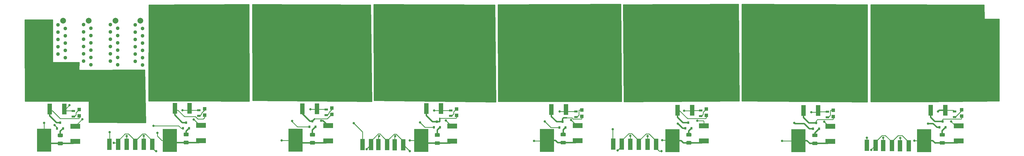
<source format=gtl>
G04 #@! TF.GenerationSoftware,KiCad,Pcbnew,5.1.5-52549c5~84~ubuntu18.04.1*
G04 #@! TF.CreationDate,2020-02-28T01:04:36-05:00*
G04 #@! TF.ProjectId,DA_Board_2,44415f42-6f61-4726-945f-322e6b696361,rev?*
G04 #@! TF.SameCoordinates,Original*
G04 #@! TF.FileFunction,Copper,L1,Top*
G04 #@! TF.FilePolarity,Positive*
%FSLAX46Y46*%
G04 Gerber Fmt 4.6, Leading zero omitted, Abs format (unit mm)*
G04 Created by KiCad (PCBNEW 5.1.5-52549c5~84~ubuntu18.04.1) date 2020-02-28 01:04:36*
%MOMM*%
%LPD*%
G04 APERTURE LIST*
%ADD10R,1.200000X1.200000*%
%ADD11R,3.500000X1.780000*%
%ADD12C,1.300000*%
%ADD13C,2.000000*%
%ADD14R,1.300000X0.700000*%
%ADD15R,1.500000X4.000000*%
%ADD16R,0.800000X0.900000*%
%ADD17R,5.000000X8.000000*%
%ADD18R,7.870000X8.510000*%
%ADD19R,1.650000X3.810000*%
%ADD20C,0.100000*%
%ADD21C,0.800000*%
%ADD22C,0.254000*%
%ADD23C,0.508000*%
G04 APERTURE END LIST*
D10*
X303631600Y-125798400D03*
X303631600Y-127998400D03*
X259029200Y-128143000D03*
X259029200Y-125943000D03*
X214960200Y-125519000D03*
X214960200Y-127719000D03*
X171627800Y-125823800D03*
X171627800Y-128023800D03*
X128117600Y-127693600D03*
X128117600Y-125493600D03*
X84785200Y-127388800D03*
X84785200Y-125188800D03*
X40614600Y-127617400D03*
X40614600Y-125417400D03*
X-2997200Y-125689000D03*
X-2997200Y-127889000D03*
D11*
X302641000Y-131340000D03*
X302641000Y-136620000D03*
X258040000Y-136800000D03*
X258040000Y-131520000D03*
X214096600Y-131330000D03*
X214096600Y-136610000D03*
X170205400Y-136530000D03*
X170205400Y-131250000D03*
X126644400Y-131420000D03*
X126644400Y-136700000D03*
X83489800Y-136590000D03*
X83489800Y-131310000D03*
X39293800Y-131220000D03*
X39293800Y-136500000D03*
X-4343400Y-136810000D03*
X-4343400Y-131530000D03*
D12*
X-1473200Y-101244400D03*
X-1473200Y-98704400D03*
X-1473200Y-96164400D03*
X-1473200Y-103784400D03*
X1066800Y-97434400D03*
X1066800Y-99974400D03*
X1066800Y-102514400D03*
X1066800Y-105054400D03*
X-1473200Y-106324400D03*
X1066800Y-107594400D03*
X-1473200Y-108864400D03*
X1066800Y-110134400D03*
D13*
X326800Y-94764400D03*
X9610500Y-94751700D03*
D12*
X10350500Y-110121700D03*
X7810500Y-108851700D03*
X10350500Y-107581700D03*
X7810500Y-106311700D03*
X10350500Y-105041700D03*
X10350500Y-102501700D03*
X10350500Y-99961700D03*
X10350500Y-97421700D03*
X7810500Y-103771700D03*
X7810500Y-96151700D03*
X7810500Y-98691700D03*
X7810500Y-101231700D03*
X-10388600Y-101269800D03*
X-10388600Y-98729800D03*
X-10388600Y-96189800D03*
X-10388600Y-103809800D03*
X-7848600Y-97459800D03*
X-7848600Y-99999800D03*
X-7848600Y-102539800D03*
X-7848600Y-105079800D03*
X-10388600Y-106349800D03*
X-7848600Y-107619800D03*
D13*
X-8588600Y-94789800D03*
D12*
X16446500Y-101282500D03*
X16446500Y-98742500D03*
X16446500Y-96202500D03*
X16446500Y-103822500D03*
X18986500Y-97472500D03*
X18986500Y-100012500D03*
X18986500Y-102552500D03*
X18986500Y-105092500D03*
X16446500Y-106362500D03*
X18986500Y-107632500D03*
X16446500Y-108902500D03*
X18986500Y-110172500D03*
D13*
X18246500Y-94802500D03*
D14*
X301193200Y-128280200D03*
X301193200Y-126380200D03*
X257048000Y-126481800D03*
X257048000Y-128381800D03*
X212953600Y-126050000D03*
X212953600Y-127950000D03*
X169672000Y-128280200D03*
X169672000Y-126380200D03*
X126136400Y-126034800D03*
X126136400Y-127934800D03*
X82854800Y-127630000D03*
X82854800Y-125730000D03*
X38608000Y-125973800D03*
X38608000Y-127873800D03*
X-5003800Y-128127800D03*
X-5003800Y-126227800D03*
D15*
X273738600Y-138150600D03*
X270738600Y-138150600D03*
X276425400Y-138226800D03*
X279425400Y-138226800D03*
X285268800Y-138303000D03*
X282268800Y-138303000D03*
X182575200Y-137706100D03*
X185575200Y-137706100D03*
X191511000Y-137782300D03*
X188511000Y-137782300D03*
X194513200Y-137833100D03*
X197513200Y-137833100D03*
X98464500Y-137883900D03*
X95464500Y-137883900D03*
X101003100Y-137909300D03*
X104003100Y-137909300D03*
X109616500Y-137960100D03*
X106616500Y-137960100D03*
X7515600Y-137769600D03*
X10515600Y-137769600D03*
X16484600Y-137795000D03*
X13484600Y-137795000D03*
X19404200Y-137820400D03*
X22404200Y-137820400D03*
D16*
X297030000Y-129860000D03*
X295980000Y-131860000D03*
X298080000Y-131860000D03*
X254130000Y-132350000D03*
X252030000Y-132350000D03*
X253080000Y-130350000D03*
X208710000Y-130250000D03*
X207660000Y-132250000D03*
X209760000Y-132250000D03*
X164940000Y-129930000D03*
X163890000Y-131930000D03*
X165990000Y-131930000D03*
X122380000Y-131890000D03*
X120280000Y-131890000D03*
X121330000Y-129890000D03*
X79110000Y-131730000D03*
X77010000Y-131730000D03*
X78060000Y-129730000D03*
X35200000Y-132230000D03*
X33100000Y-132230000D03*
X34150000Y-130230000D03*
X-9630000Y-130260000D03*
X-10680000Y-132260000D03*
X-8580000Y-132260000D03*
D17*
X290601400Y-136525000D03*
X246913400Y-136499600D03*
X203200000Y-136499600D03*
X159537400Y-136474200D03*
X115849400Y-136474200D03*
X72161400Y-136398000D03*
X28473400Y-136448800D03*
X-15214600Y-136372600D03*
D18*
X295414700Y-118325900D03*
D19*
X297954700Y-125950900D03*
X292874700Y-125950900D03*
D18*
X251256800Y-118440200D03*
D19*
X253796800Y-126065200D03*
X248716800Y-126065200D03*
D18*
X207492600Y-118320900D03*
D19*
X210032600Y-125945900D03*
X204952600Y-125945900D03*
D18*
X163652200Y-118071900D03*
D19*
X166192200Y-125696900D03*
X161112200Y-125696900D03*
D18*
X120205500Y-117754400D03*
D19*
X122745500Y-125379400D03*
X117665500Y-125379400D03*
D18*
X77063600Y-117843300D03*
D19*
X79603600Y-125468300D03*
X74523600Y-125468300D03*
D18*
X32816800Y-117609700D03*
D19*
X35356800Y-125234700D03*
X30276800Y-125234700D03*
D18*
X-10731500Y-117868700D03*
D19*
X-8191500Y-125493700D03*
X-13271500Y-125493700D03*
G04 #@! TA.AperFunction,SMDPad,CuDef*
D20*
G36*
X-8910496Y-136856204D02*
G01*
X-8886227Y-136859804D01*
X-8862429Y-136865765D01*
X-8839329Y-136874030D01*
X-8817151Y-136884520D01*
X-8796107Y-136897133D01*
X-8776402Y-136911747D01*
X-8758223Y-136928223D01*
X-8741747Y-136946402D01*
X-8727133Y-136966107D01*
X-8714520Y-136987151D01*
X-8704030Y-137009329D01*
X-8695765Y-137032429D01*
X-8689804Y-137056227D01*
X-8686204Y-137080496D01*
X-8685000Y-137105000D01*
X-8685000Y-137855000D01*
X-8686204Y-137879504D01*
X-8689804Y-137903773D01*
X-8695765Y-137927571D01*
X-8704030Y-137950671D01*
X-8714520Y-137972849D01*
X-8727133Y-137993893D01*
X-8741747Y-138013598D01*
X-8758223Y-138031777D01*
X-8776402Y-138048253D01*
X-8796107Y-138062867D01*
X-8817151Y-138075480D01*
X-8839329Y-138085970D01*
X-8862429Y-138094235D01*
X-8886227Y-138100196D01*
X-8910496Y-138103796D01*
X-8935000Y-138105000D01*
X-10185000Y-138105000D01*
X-10209504Y-138103796D01*
X-10233773Y-138100196D01*
X-10257571Y-138094235D01*
X-10280671Y-138085970D01*
X-10302849Y-138075480D01*
X-10323893Y-138062867D01*
X-10343598Y-138048253D01*
X-10361777Y-138031777D01*
X-10378253Y-138013598D01*
X-10392867Y-137993893D01*
X-10405480Y-137972849D01*
X-10415970Y-137950671D01*
X-10424235Y-137927571D01*
X-10430196Y-137903773D01*
X-10433796Y-137879504D01*
X-10435000Y-137855000D01*
X-10435000Y-137105000D01*
X-10433796Y-137080496D01*
X-10430196Y-137056227D01*
X-10424235Y-137032429D01*
X-10415970Y-137009329D01*
X-10405480Y-136987151D01*
X-10392867Y-136966107D01*
X-10378253Y-136946402D01*
X-10361777Y-136928223D01*
X-10343598Y-136911747D01*
X-10323893Y-136897133D01*
X-10302849Y-136884520D01*
X-10280671Y-136874030D01*
X-10257571Y-136865765D01*
X-10233773Y-136859804D01*
X-10209504Y-136856204D01*
X-10185000Y-136855000D01*
X-8935000Y-136855000D01*
X-8910496Y-136856204D01*
G37*
G04 #@! TD.AperFunction*
G04 #@! TA.AperFunction,SMDPad,CuDef*
G36*
X-8910496Y-134056204D02*
G01*
X-8886227Y-134059804D01*
X-8862429Y-134065765D01*
X-8839329Y-134074030D01*
X-8817151Y-134084520D01*
X-8796107Y-134097133D01*
X-8776402Y-134111747D01*
X-8758223Y-134128223D01*
X-8741747Y-134146402D01*
X-8727133Y-134166107D01*
X-8714520Y-134187151D01*
X-8704030Y-134209329D01*
X-8695765Y-134232429D01*
X-8689804Y-134256227D01*
X-8686204Y-134280496D01*
X-8685000Y-134305000D01*
X-8685000Y-135055000D01*
X-8686204Y-135079504D01*
X-8689804Y-135103773D01*
X-8695765Y-135127571D01*
X-8704030Y-135150671D01*
X-8714520Y-135172849D01*
X-8727133Y-135193893D01*
X-8741747Y-135213598D01*
X-8758223Y-135231777D01*
X-8776402Y-135248253D01*
X-8796107Y-135262867D01*
X-8817151Y-135275480D01*
X-8839329Y-135285970D01*
X-8862429Y-135294235D01*
X-8886227Y-135300196D01*
X-8910496Y-135303796D01*
X-8935000Y-135305000D01*
X-10185000Y-135305000D01*
X-10209504Y-135303796D01*
X-10233773Y-135300196D01*
X-10257571Y-135294235D01*
X-10280671Y-135285970D01*
X-10302849Y-135275480D01*
X-10323893Y-135262867D01*
X-10343598Y-135248253D01*
X-10361777Y-135231777D01*
X-10378253Y-135213598D01*
X-10392867Y-135193893D01*
X-10405480Y-135172849D01*
X-10415970Y-135150671D01*
X-10424235Y-135127571D01*
X-10430196Y-135103773D01*
X-10433796Y-135079504D01*
X-10435000Y-135055000D01*
X-10435000Y-134305000D01*
X-10433796Y-134280496D01*
X-10430196Y-134256227D01*
X-10424235Y-134232429D01*
X-10415970Y-134209329D01*
X-10405480Y-134187151D01*
X-10392867Y-134166107D01*
X-10378253Y-134146402D01*
X-10361777Y-134128223D01*
X-10343598Y-134111747D01*
X-10323893Y-134097133D01*
X-10302849Y-134084520D01*
X-10280671Y-134074030D01*
X-10257571Y-134065765D01*
X-10233773Y-134059804D01*
X-10209504Y-134056204D01*
X-10185000Y-134055000D01*
X-8935000Y-134055000D01*
X-8910496Y-134056204D01*
G37*
G04 #@! TD.AperFunction*
G04 #@! TA.AperFunction,SMDPad,CuDef*
G36*
X34819504Y-133746204D02*
G01*
X34843773Y-133749804D01*
X34867571Y-133755765D01*
X34890671Y-133764030D01*
X34912849Y-133774520D01*
X34933893Y-133787133D01*
X34953598Y-133801747D01*
X34971777Y-133818223D01*
X34988253Y-133836402D01*
X35002867Y-133856107D01*
X35015480Y-133877151D01*
X35025970Y-133899329D01*
X35034235Y-133922429D01*
X35040196Y-133946227D01*
X35043796Y-133970496D01*
X35045000Y-133995000D01*
X35045000Y-134745000D01*
X35043796Y-134769504D01*
X35040196Y-134793773D01*
X35034235Y-134817571D01*
X35025970Y-134840671D01*
X35015480Y-134862849D01*
X35002867Y-134883893D01*
X34988253Y-134903598D01*
X34971777Y-134921777D01*
X34953598Y-134938253D01*
X34933893Y-134952867D01*
X34912849Y-134965480D01*
X34890671Y-134975970D01*
X34867571Y-134984235D01*
X34843773Y-134990196D01*
X34819504Y-134993796D01*
X34795000Y-134995000D01*
X33545000Y-134995000D01*
X33520496Y-134993796D01*
X33496227Y-134990196D01*
X33472429Y-134984235D01*
X33449329Y-134975970D01*
X33427151Y-134965480D01*
X33406107Y-134952867D01*
X33386402Y-134938253D01*
X33368223Y-134921777D01*
X33351747Y-134903598D01*
X33337133Y-134883893D01*
X33324520Y-134862849D01*
X33314030Y-134840671D01*
X33305765Y-134817571D01*
X33299804Y-134793773D01*
X33296204Y-134769504D01*
X33295000Y-134745000D01*
X33295000Y-133995000D01*
X33296204Y-133970496D01*
X33299804Y-133946227D01*
X33305765Y-133922429D01*
X33314030Y-133899329D01*
X33324520Y-133877151D01*
X33337133Y-133856107D01*
X33351747Y-133836402D01*
X33368223Y-133818223D01*
X33386402Y-133801747D01*
X33406107Y-133787133D01*
X33427151Y-133774520D01*
X33449329Y-133764030D01*
X33472429Y-133755765D01*
X33496227Y-133749804D01*
X33520496Y-133746204D01*
X33545000Y-133745000D01*
X34795000Y-133745000D01*
X34819504Y-133746204D01*
G37*
G04 #@! TD.AperFunction*
G04 #@! TA.AperFunction,SMDPad,CuDef*
G36*
X34819504Y-136546204D02*
G01*
X34843773Y-136549804D01*
X34867571Y-136555765D01*
X34890671Y-136564030D01*
X34912849Y-136574520D01*
X34933893Y-136587133D01*
X34953598Y-136601747D01*
X34971777Y-136618223D01*
X34988253Y-136636402D01*
X35002867Y-136656107D01*
X35015480Y-136677151D01*
X35025970Y-136699329D01*
X35034235Y-136722429D01*
X35040196Y-136746227D01*
X35043796Y-136770496D01*
X35045000Y-136795000D01*
X35045000Y-137545000D01*
X35043796Y-137569504D01*
X35040196Y-137593773D01*
X35034235Y-137617571D01*
X35025970Y-137640671D01*
X35015480Y-137662849D01*
X35002867Y-137683893D01*
X34988253Y-137703598D01*
X34971777Y-137721777D01*
X34953598Y-137738253D01*
X34933893Y-137752867D01*
X34912849Y-137765480D01*
X34890671Y-137775970D01*
X34867571Y-137784235D01*
X34843773Y-137790196D01*
X34819504Y-137793796D01*
X34795000Y-137795000D01*
X33545000Y-137795000D01*
X33520496Y-137793796D01*
X33496227Y-137790196D01*
X33472429Y-137784235D01*
X33449329Y-137775970D01*
X33427151Y-137765480D01*
X33406107Y-137752867D01*
X33386402Y-137738253D01*
X33368223Y-137721777D01*
X33351747Y-137703598D01*
X33337133Y-137683893D01*
X33324520Y-137662849D01*
X33314030Y-137640671D01*
X33305765Y-137617571D01*
X33299804Y-137593773D01*
X33296204Y-137569504D01*
X33295000Y-137545000D01*
X33295000Y-136795000D01*
X33296204Y-136770496D01*
X33299804Y-136746227D01*
X33305765Y-136722429D01*
X33314030Y-136699329D01*
X33324520Y-136677151D01*
X33337133Y-136656107D01*
X33351747Y-136636402D01*
X33368223Y-136618223D01*
X33386402Y-136601747D01*
X33406107Y-136587133D01*
X33427151Y-136574520D01*
X33449329Y-136564030D01*
X33472429Y-136555765D01*
X33496227Y-136549804D01*
X33520496Y-136546204D01*
X33545000Y-136545000D01*
X34795000Y-136545000D01*
X34819504Y-136546204D01*
G37*
G04 #@! TD.AperFunction*
G04 #@! TA.AperFunction,SMDPad,CuDef*
G36*
X78719504Y-136636204D02*
G01*
X78743773Y-136639804D01*
X78767571Y-136645765D01*
X78790671Y-136654030D01*
X78812849Y-136664520D01*
X78833893Y-136677133D01*
X78853598Y-136691747D01*
X78871777Y-136708223D01*
X78888253Y-136726402D01*
X78902867Y-136746107D01*
X78915480Y-136767151D01*
X78925970Y-136789329D01*
X78934235Y-136812429D01*
X78940196Y-136836227D01*
X78943796Y-136860496D01*
X78945000Y-136885000D01*
X78945000Y-137635000D01*
X78943796Y-137659504D01*
X78940196Y-137683773D01*
X78934235Y-137707571D01*
X78925970Y-137730671D01*
X78915480Y-137752849D01*
X78902867Y-137773893D01*
X78888253Y-137793598D01*
X78871777Y-137811777D01*
X78853598Y-137828253D01*
X78833893Y-137842867D01*
X78812849Y-137855480D01*
X78790671Y-137865970D01*
X78767571Y-137874235D01*
X78743773Y-137880196D01*
X78719504Y-137883796D01*
X78695000Y-137885000D01*
X77445000Y-137885000D01*
X77420496Y-137883796D01*
X77396227Y-137880196D01*
X77372429Y-137874235D01*
X77349329Y-137865970D01*
X77327151Y-137855480D01*
X77306107Y-137842867D01*
X77286402Y-137828253D01*
X77268223Y-137811777D01*
X77251747Y-137793598D01*
X77237133Y-137773893D01*
X77224520Y-137752849D01*
X77214030Y-137730671D01*
X77205765Y-137707571D01*
X77199804Y-137683773D01*
X77196204Y-137659504D01*
X77195000Y-137635000D01*
X77195000Y-136885000D01*
X77196204Y-136860496D01*
X77199804Y-136836227D01*
X77205765Y-136812429D01*
X77214030Y-136789329D01*
X77224520Y-136767151D01*
X77237133Y-136746107D01*
X77251747Y-136726402D01*
X77268223Y-136708223D01*
X77286402Y-136691747D01*
X77306107Y-136677133D01*
X77327151Y-136664520D01*
X77349329Y-136654030D01*
X77372429Y-136645765D01*
X77396227Y-136639804D01*
X77420496Y-136636204D01*
X77445000Y-136635000D01*
X78695000Y-136635000D01*
X78719504Y-136636204D01*
G37*
G04 #@! TD.AperFunction*
G04 #@! TA.AperFunction,SMDPad,CuDef*
G36*
X78719504Y-133836204D02*
G01*
X78743773Y-133839804D01*
X78767571Y-133845765D01*
X78790671Y-133854030D01*
X78812849Y-133864520D01*
X78833893Y-133877133D01*
X78853598Y-133891747D01*
X78871777Y-133908223D01*
X78888253Y-133926402D01*
X78902867Y-133946107D01*
X78915480Y-133967151D01*
X78925970Y-133989329D01*
X78934235Y-134012429D01*
X78940196Y-134036227D01*
X78943796Y-134060496D01*
X78945000Y-134085000D01*
X78945000Y-134835000D01*
X78943796Y-134859504D01*
X78940196Y-134883773D01*
X78934235Y-134907571D01*
X78925970Y-134930671D01*
X78915480Y-134952849D01*
X78902867Y-134973893D01*
X78888253Y-134993598D01*
X78871777Y-135011777D01*
X78853598Y-135028253D01*
X78833893Y-135042867D01*
X78812849Y-135055480D01*
X78790671Y-135065970D01*
X78767571Y-135074235D01*
X78743773Y-135080196D01*
X78719504Y-135083796D01*
X78695000Y-135085000D01*
X77445000Y-135085000D01*
X77420496Y-135083796D01*
X77396227Y-135080196D01*
X77372429Y-135074235D01*
X77349329Y-135065970D01*
X77327151Y-135055480D01*
X77306107Y-135042867D01*
X77286402Y-135028253D01*
X77268223Y-135011777D01*
X77251747Y-134993598D01*
X77237133Y-134973893D01*
X77224520Y-134952849D01*
X77214030Y-134930671D01*
X77205765Y-134907571D01*
X77199804Y-134883773D01*
X77196204Y-134859504D01*
X77195000Y-134835000D01*
X77195000Y-134085000D01*
X77196204Y-134060496D01*
X77199804Y-134036227D01*
X77205765Y-134012429D01*
X77214030Y-133989329D01*
X77224520Y-133967151D01*
X77237133Y-133946107D01*
X77251747Y-133926402D01*
X77268223Y-133908223D01*
X77286402Y-133891747D01*
X77306107Y-133877133D01*
X77327151Y-133864520D01*
X77349329Y-133854030D01*
X77372429Y-133845765D01*
X77396227Y-133839804D01*
X77420496Y-133836204D01*
X77445000Y-133835000D01*
X78695000Y-133835000D01*
X78719504Y-133836204D01*
G37*
G04 #@! TD.AperFunction*
G04 #@! TA.AperFunction,SMDPad,CuDef*
G36*
X122099504Y-133946204D02*
G01*
X122123773Y-133949804D01*
X122147571Y-133955765D01*
X122170671Y-133964030D01*
X122192849Y-133974520D01*
X122213893Y-133987133D01*
X122233598Y-134001747D01*
X122251777Y-134018223D01*
X122268253Y-134036402D01*
X122282867Y-134056107D01*
X122295480Y-134077151D01*
X122305970Y-134099329D01*
X122314235Y-134122429D01*
X122320196Y-134146227D01*
X122323796Y-134170496D01*
X122325000Y-134195000D01*
X122325000Y-134945000D01*
X122323796Y-134969504D01*
X122320196Y-134993773D01*
X122314235Y-135017571D01*
X122305970Y-135040671D01*
X122295480Y-135062849D01*
X122282867Y-135083893D01*
X122268253Y-135103598D01*
X122251777Y-135121777D01*
X122233598Y-135138253D01*
X122213893Y-135152867D01*
X122192849Y-135165480D01*
X122170671Y-135175970D01*
X122147571Y-135184235D01*
X122123773Y-135190196D01*
X122099504Y-135193796D01*
X122075000Y-135195000D01*
X120825000Y-135195000D01*
X120800496Y-135193796D01*
X120776227Y-135190196D01*
X120752429Y-135184235D01*
X120729329Y-135175970D01*
X120707151Y-135165480D01*
X120686107Y-135152867D01*
X120666402Y-135138253D01*
X120648223Y-135121777D01*
X120631747Y-135103598D01*
X120617133Y-135083893D01*
X120604520Y-135062849D01*
X120594030Y-135040671D01*
X120585765Y-135017571D01*
X120579804Y-134993773D01*
X120576204Y-134969504D01*
X120575000Y-134945000D01*
X120575000Y-134195000D01*
X120576204Y-134170496D01*
X120579804Y-134146227D01*
X120585765Y-134122429D01*
X120594030Y-134099329D01*
X120604520Y-134077151D01*
X120617133Y-134056107D01*
X120631747Y-134036402D01*
X120648223Y-134018223D01*
X120666402Y-134001747D01*
X120686107Y-133987133D01*
X120707151Y-133974520D01*
X120729329Y-133964030D01*
X120752429Y-133955765D01*
X120776227Y-133949804D01*
X120800496Y-133946204D01*
X120825000Y-133945000D01*
X122075000Y-133945000D01*
X122099504Y-133946204D01*
G37*
G04 #@! TD.AperFunction*
G04 #@! TA.AperFunction,SMDPad,CuDef*
G36*
X122099504Y-136746204D02*
G01*
X122123773Y-136749804D01*
X122147571Y-136755765D01*
X122170671Y-136764030D01*
X122192849Y-136774520D01*
X122213893Y-136787133D01*
X122233598Y-136801747D01*
X122251777Y-136818223D01*
X122268253Y-136836402D01*
X122282867Y-136856107D01*
X122295480Y-136877151D01*
X122305970Y-136899329D01*
X122314235Y-136922429D01*
X122320196Y-136946227D01*
X122323796Y-136970496D01*
X122325000Y-136995000D01*
X122325000Y-137745000D01*
X122323796Y-137769504D01*
X122320196Y-137793773D01*
X122314235Y-137817571D01*
X122305970Y-137840671D01*
X122295480Y-137862849D01*
X122282867Y-137883893D01*
X122268253Y-137903598D01*
X122251777Y-137921777D01*
X122233598Y-137938253D01*
X122213893Y-137952867D01*
X122192849Y-137965480D01*
X122170671Y-137975970D01*
X122147571Y-137984235D01*
X122123773Y-137990196D01*
X122099504Y-137993796D01*
X122075000Y-137995000D01*
X120825000Y-137995000D01*
X120800496Y-137993796D01*
X120776227Y-137990196D01*
X120752429Y-137984235D01*
X120729329Y-137975970D01*
X120707151Y-137965480D01*
X120686107Y-137952867D01*
X120666402Y-137938253D01*
X120648223Y-137921777D01*
X120631747Y-137903598D01*
X120617133Y-137883893D01*
X120604520Y-137862849D01*
X120594030Y-137840671D01*
X120585765Y-137817571D01*
X120579804Y-137793773D01*
X120576204Y-137769504D01*
X120575000Y-137745000D01*
X120575000Y-136995000D01*
X120576204Y-136970496D01*
X120579804Y-136946227D01*
X120585765Y-136922429D01*
X120594030Y-136899329D01*
X120604520Y-136877151D01*
X120617133Y-136856107D01*
X120631747Y-136836402D01*
X120648223Y-136818223D01*
X120666402Y-136801747D01*
X120686107Y-136787133D01*
X120707151Y-136774520D01*
X120729329Y-136764030D01*
X120752429Y-136755765D01*
X120776227Y-136749804D01*
X120800496Y-136746204D01*
X120825000Y-136745000D01*
X122075000Y-136745000D01*
X122099504Y-136746204D01*
G37*
G04 #@! TD.AperFunction*
G04 #@! TA.AperFunction,SMDPad,CuDef*
G36*
X253319504Y-136846204D02*
G01*
X253343773Y-136849804D01*
X253367571Y-136855765D01*
X253390671Y-136864030D01*
X253412849Y-136874520D01*
X253433893Y-136887133D01*
X253453598Y-136901747D01*
X253471777Y-136918223D01*
X253488253Y-136936402D01*
X253502867Y-136956107D01*
X253515480Y-136977151D01*
X253525970Y-136999329D01*
X253534235Y-137022429D01*
X253540196Y-137046227D01*
X253543796Y-137070496D01*
X253545000Y-137095000D01*
X253545000Y-137845000D01*
X253543796Y-137869504D01*
X253540196Y-137893773D01*
X253534235Y-137917571D01*
X253525970Y-137940671D01*
X253515480Y-137962849D01*
X253502867Y-137983893D01*
X253488253Y-138003598D01*
X253471777Y-138021777D01*
X253453598Y-138038253D01*
X253433893Y-138052867D01*
X253412849Y-138065480D01*
X253390671Y-138075970D01*
X253367571Y-138084235D01*
X253343773Y-138090196D01*
X253319504Y-138093796D01*
X253295000Y-138095000D01*
X252045000Y-138095000D01*
X252020496Y-138093796D01*
X251996227Y-138090196D01*
X251972429Y-138084235D01*
X251949329Y-138075970D01*
X251927151Y-138065480D01*
X251906107Y-138052867D01*
X251886402Y-138038253D01*
X251868223Y-138021777D01*
X251851747Y-138003598D01*
X251837133Y-137983893D01*
X251824520Y-137962849D01*
X251814030Y-137940671D01*
X251805765Y-137917571D01*
X251799804Y-137893773D01*
X251796204Y-137869504D01*
X251795000Y-137845000D01*
X251795000Y-137095000D01*
X251796204Y-137070496D01*
X251799804Y-137046227D01*
X251805765Y-137022429D01*
X251814030Y-136999329D01*
X251824520Y-136977151D01*
X251837133Y-136956107D01*
X251851747Y-136936402D01*
X251868223Y-136918223D01*
X251886402Y-136901747D01*
X251906107Y-136887133D01*
X251927151Y-136874520D01*
X251949329Y-136864030D01*
X251972429Y-136855765D01*
X251996227Y-136849804D01*
X252020496Y-136846204D01*
X252045000Y-136845000D01*
X253295000Y-136845000D01*
X253319504Y-136846204D01*
G37*
G04 #@! TD.AperFunction*
G04 #@! TA.AperFunction,SMDPad,CuDef*
G36*
X253319504Y-134046204D02*
G01*
X253343773Y-134049804D01*
X253367571Y-134055765D01*
X253390671Y-134064030D01*
X253412849Y-134074520D01*
X253433893Y-134087133D01*
X253453598Y-134101747D01*
X253471777Y-134118223D01*
X253488253Y-134136402D01*
X253502867Y-134156107D01*
X253515480Y-134177151D01*
X253525970Y-134199329D01*
X253534235Y-134222429D01*
X253540196Y-134246227D01*
X253543796Y-134270496D01*
X253545000Y-134295000D01*
X253545000Y-135045000D01*
X253543796Y-135069504D01*
X253540196Y-135093773D01*
X253534235Y-135117571D01*
X253525970Y-135140671D01*
X253515480Y-135162849D01*
X253502867Y-135183893D01*
X253488253Y-135203598D01*
X253471777Y-135221777D01*
X253453598Y-135238253D01*
X253433893Y-135252867D01*
X253412849Y-135265480D01*
X253390671Y-135275970D01*
X253367571Y-135284235D01*
X253343773Y-135290196D01*
X253319504Y-135293796D01*
X253295000Y-135295000D01*
X252045000Y-135295000D01*
X252020496Y-135293796D01*
X251996227Y-135290196D01*
X251972429Y-135284235D01*
X251949329Y-135275970D01*
X251927151Y-135265480D01*
X251906107Y-135252867D01*
X251886402Y-135238253D01*
X251868223Y-135221777D01*
X251851747Y-135203598D01*
X251837133Y-135183893D01*
X251824520Y-135162849D01*
X251814030Y-135140671D01*
X251805765Y-135117571D01*
X251799804Y-135093773D01*
X251796204Y-135069504D01*
X251795000Y-135045000D01*
X251795000Y-134295000D01*
X251796204Y-134270496D01*
X251799804Y-134246227D01*
X251805765Y-134222429D01*
X251814030Y-134199329D01*
X251824520Y-134177151D01*
X251837133Y-134156107D01*
X251851747Y-134136402D01*
X251868223Y-134118223D01*
X251886402Y-134101747D01*
X251906107Y-134087133D01*
X251927151Y-134074520D01*
X251949329Y-134064030D01*
X251972429Y-134055765D01*
X251996227Y-134049804D01*
X252020496Y-134046204D01*
X252045000Y-134045000D01*
X253295000Y-134045000D01*
X253319504Y-134046204D01*
G37*
G04 #@! TD.AperFunction*
G04 #@! TA.AperFunction,SMDPad,CuDef*
G36*
X297569504Y-133866204D02*
G01*
X297593773Y-133869804D01*
X297617571Y-133875765D01*
X297640671Y-133884030D01*
X297662849Y-133894520D01*
X297683893Y-133907133D01*
X297703598Y-133921747D01*
X297721777Y-133938223D01*
X297738253Y-133956402D01*
X297752867Y-133976107D01*
X297765480Y-133997151D01*
X297775970Y-134019329D01*
X297784235Y-134042429D01*
X297790196Y-134066227D01*
X297793796Y-134090496D01*
X297795000Y-134115000D01*
X297795000Y-134865000D01*
X297793796Y-134889504D01*
X297790196Y-134913773D01*
X297784235Y-134937571D01*
X297775970Y-134960671D01*
X297765480Y-134982849D01*
X297752867Y-135003893D01*
X297738253Y-135023598D01*
X297721777Y-135041777D01*
X297703598Y-135058253D01*
X297683893Y-135072867D01*
X297662849Y-135085480D01*
X297640671Y-135095970D01*
X297617571Y-135104235D01*
X297593773Y-135110196D01*
X297569504Y-135113796D01*
X297545000Y-135115000D01*
X296295000Y-135115000D01*
X296270496Y-135113796D01*
X296246227Y-135110196D01*
X296222429Y-135104235D01*
X296199329Y-135095970D01*
X296177151Y-135085480D01*
X296156107Y-135072867D01*
X296136402Y-135058253D01*
X296118223Y-135041777D01*
X296101747Y-135023598D01*
X296087133Y-135003893D01*
X296074520Y-134982849D01*
X296064030Y-134960671D01*
X296055765Y-134937571D01*
X296049804Y-134913773D01*
X296046204Y-134889504D01*
X296045000Y-134865000D01*
X296045000Y-134115000D01*
X296046204Y-134090496D01*
X296049804Y-134066227D01*
X296055765Y-134042429D01*
X296064030Y-134019329D01*
X296074520Y-133997151D01*
X296087133Y-133976107D01*
X296101747Y-133956402D01*
X296118223Y-133938223D01*
X296136402Y-133921747D01*
X296156107Y-133907133D01*
X296177151Y-133894520D01*
X296199329Y-133884030D01*
X296222429Y-133875765D01*
X296246227Y-133869804D01*
X296270496Y-133866204D01*
X296295000Y-133865000D01*
X297545000Y-133865000D01*
X297569504Y-133866204D01*
G37*
G04 #@! TD.AperFunction*
G04 #@! TA.AperFunction,SMDPad,CuDef*
G36*
X297569504Y-136666204D02*
G01*
X297593773Y-136669804D01*
X297617571Y-136675765D01*
X297640671Y-136684030D01*
X297662849Y-136694520D01*
X297683893Y-136707133D01*
X297703598Y-136721747D01*
X297721777Y-136738223D01*
X297738253Y-136756402D01*
X297752867Y-136776107D01*
X297765480Y-136797151D01*
X297775970Y-136819329D01*
X297784235Y-136842429D01*
X297790196Y-136866227D01*
X297793796Y-136890496D01*
X297795000Y-136915000D01*
X297795000Y-137665000D01*
X297793796Y-137689504D01*
X297790196Y-137713773D01*
X297784235Y-137737571D01*
X297775970Y-137760671D01*
X297765480Y-137782849D01*
X297752867Y-137803893D01*
X297738253Y-137823598D01*
X297721777Y-137841777D01*
X297703598Y-137858253D01*
X297683893Y-137872867D01*
X297662849Y-137885480D01*
X297640671Y-137895970D01*
X297617571Y-137904235D01*
X297593773Y-137910196D01*
X297569504Y-137913796D01*
X297545000Y-137915000D01*
X296295000Y-137915000D01*
X296270496Y-137913796D01*
X296246227Y-137910196D01*
X296222429Y-137904235D01*
X296199329Y-137895970D01*
X296177151Y-137885480D01*
X296156107Y-137872867D01*
X296136402Y-137858253D01*
X296118223Y-137841777D01*
X296101747Y-137823598D01*
X296087133Y-137803893D01*
X296074520Y-137782849D01*
X296064030Y-137760671D01*
X296055765Y-137737571D01*
X296049804Y-137713773D01*
X296046204Y-137689504D01*
X296045000Y-137665000D01*
X296045000Y-136915000D01*
X296046204Y-136890496D01*
X296049804Y-136866227D01*
X296055765Y-136842429D01*
X296064030Y-136819329D01*
X296074520Y-136797151D01*
X296087133Y-136776107D01*
X296101747Y-136756402D01*
X296118223Y-136738223D01*
X296136402Y-136721747D01*
X296156107Y-136707133D01*
X296177151Y-136694520D01*
X296199329Y-136684030D01*
X296222429Y-136675765D01*
X296246227Y-136669804D01*
X296270496Y-136666204D01*
X296295000Y-136665000D01*
X297545000Y-136665000D01*
X297569504Y-136666204D01*
G37*
G04 #@! TD.AperFunction*
G04 #@! TA.AperFunction,SMDPad,CuDef*
G36*
X209509504Y-133856204D02*
G01*
X209533773Y-133859804D01*
X209557571Y-133865765D01*
X209580671Y-133874030D01*
X209602849Y-133884520D01*
X209623893Y-133897133D01*
X209643598Y-133911747D01*
X209661777Y-133928223D01*
X209678253Y-133946402D01*
X209692867Y-133966107D01*
X209705480Y-133987151D01*
X209715970Y-134009329D01*
X209724235Y-134032429D01*
X209730196Y-134056227D01*
X209733796Y-134080496D01*
X209735000Y-134105000D01*
X209735000Y-134855000D01*
X209733796Y-134879504D01*
X209730196Y-134903773D01*
X209724235Y-134927571D01*
X209715970Y-134950671D01*
X209705480Y-134972849D01*
X209692867Y-134993893D01*
X209678253Y-135013598D01*
X209661777Y-135031777D01*
X209643598Y-135048253D01*
X209623893Y-135062867D01*
X209602849Y-135075480D01*
X209580671Y-135085970D01*
X209557571Y-135094235D01*
X209533773Y-135100196D01*
X209509504Y-135103796D01*
X209485000Y-135105000D01*
X208235000Y-135105000D01*
X208210496Y-135103796D01*
X208186227Y-135100196D01*
X208162429Y-135094235D01*
X208139329Y-135085970D01*
X208117151Y-135075480D01*
X208096107Y-135062867D01*
X208076402Y-135048253D01*
X208058223Y-135031777D01*
X208041747Y-135013598D01*
X208027133Y-134993893D01*
X208014520Y-134972849D01*
X208004030Y-134950671D01*
X207995765Y-134927571D01*
X207989804Y-134903773D01*
X207986204Y-134879504D01*
X207985000Y-134855000D01*
X207985000Y-134105000D01*
X207986204Y-134080496D01*
X207989804Y-134056227D01*
X207995765Y-134032429D01*
X208004030Y-134009329D01*
X208014520Y-133987151D01*
X208027133Y-133966107D01*
X208041747Y-133946402D01*
X208058223Y-133928223D01*
X208076402Y-133911747D01*
X208096107Y-133897133D01*
X208117151Y-133884520D01*
X208139329Y-133874030D01*
X208162429Y-133865765D01*
X208186227Y-133859804D01*
X208210496Y-133856204D01*
X208235000Y-133855000D01*
X209485000Y-133855000D01*
X209509504Y-133856204D01*
G37*
G04 #@! TD.AperFunction*
G04 #@! TA.AperFunction,SMDPad,CuDef*
G36*
X209509504Y-136656204D02*
G01*
X209533773Y-136659804D01*
X209557571Y-136665765D01*
X209580671Y-136674030D01*
X209602849Y-136684520D01*
X209623893Y-136697133D01*
X209643598Y-136711747D01*
X209661777Y-136728223D01*
X209678253Y-136746402D01*
X209692867Y-136766107D01*
X209705480Y-136787151D01*
X209715970Y-136809329D01*
X209724235Y-136832429D01*
X209730196Y-136856227D01*
X209733796Y-136880496D01*
X209735000Y-136905000D01*
X209735000Y-137655000D01*
X209733796Y-137679504D01*
X209730196Y-137703773D01*
X209724235Y-137727571D01*
X209715970Y-137750671D01*
X209705480Y-137772849D01*
X209692867Y-137793893D01*
X209678253Y-137813598D01*
X209661777Y-137831777D01*
X209643598Y-137848253D01*
X209623893Y-137862867D01*
X209602849Y-137875480D01*
X209580671Y-137885970D01*
X209557571Y-137894235D01*
X209533773Y-137900196D01*
X209509504Y-137903796D01*
X209485000Y-137905000D01*
X208235000Y-137905000D01*
X208210496Y-137903796D01*
X208186227Y-137900196D01*
X208162429Y-137894235D01*
X208139329Y-137885970D01*
X208117151Y-137875480D01*
X208096107Y-137862867D01*
X208076402Y-137848253D01*
X208058223Y-137831777D01*
X208041747Y-137813598D01*
X208027133Y-137793893D01*
X208014520Y-137772849D01*
X208004030Y-137750671D01*
X207995765Y-137727571D01*
X207989804Y-137703773D01*
X207986204Y-137679504D01*
X207985000Y-137655000D01*
X207985000Y-136905000D01*
X207986204Y-136880496D01*
X207989804Y-136856227D01*
X207995765Y-136832429D01*
X208004030Y-136809329D01*
X208014520Y-136787151D01*
X208027133Y-136766107D01*
X208041747Y-136746402D01*
X208058223Y-136728223D01*
X208076402Y-136711747D01*
X208096107Y-136697133D01*
X208117151Y-136684520D01*
X208139329Y-136674030D01*
X208162429Y-136665765D01*
X208186227Y-136659804D01*
X208210496Y-136656204D01*
X208235000Y-136655000D01*
X209485000Y-136655000D01*
X209509504Y-136656204D01*
G37*
G04 #@! TD.AperFunction*
G04 #@! TA.AperFunction,SMDPad,CuDef*
G36*
X165849504Y-136576204D02*
G01*
X165873773Y-136579804D01*
X165897571Y-136585765D01*
X165920671Y-136594030D01*
X165942849Y-136604520D01*
X165963893Y-136617133D01*
X165983598Y-136631747D01*
X166001777Y-136648223D01*
X166018253Y-136666402D01*
X166032867Y-136686107D01*
X166045480Y-136707151D01*
X166055970Y-136729329D01*
X166064235Y-136752429D01*
X166070196Y-136776227D01*
X166073796Y-136800496D01*
X166075000Y-136825000D01*
X166075000Y-137575000D01*
X166073796Y-137599504D01*
X166070196Y-137623773D01*
X166064235Y-137647571D01*
X166055970Y-137670671D01*
X166045480Y-137692849D01*
X166032867Y-137713893D01*
X166018253Y-137733598D01*
X166001777Y-137751777D01*
X165983598Y-137768253D01*
X165963893Y-137782867D01*
X165942849Y-137795480D01*
X165920671Y-137805970D01*
X165897571Y-137814235D01*
X165873773Y-137820196D01*
X165849504Y-137823796D01*
X165825000Y-137825000D01*
X164575000Y-137825000D01*
X164550496Y-137823796D01*
X164526227Y-137820196D01*
X164502429Y-137814235D01*
X164479329Y-137805970D01*
X164457151Y-137795480D01*
X164436107Y-137782867D01*
X164416402Y-137768253D01*
X164398223Y-137751777D01*
X164381747Y-137733598D01*
X164367133Y-137713893D01*
X164354520Y-137692849D01*
X164344030Y-137670671D01*
X164335765Y-137647571D01*
X164329804Y-137623773D01*
X164326204Y-137599504D01*
X164325000Y-137575000D01*
X164325000Y-136825000D01*
X164326204Y-136800496D01*
X164329804Y-136776227D01*
X164335765Y-136752429D01*
X164344030Y-136729329D01*
X164354520Y-136707151D01*
X164367133Y-136686107D01*
X164381747Y-136666402D01*
X164398223Y-136648223D01*
X164416402Y-136631747D01*
X164436107Y-136617133D01*
X164457151Y-136604520D01*
X164479329Y-136594030D01*
X164502429Y-136585765D01*
X164526227Y-136579804D01*
X164550496Y-136576204D01*
X164575000Y-136575000D01*
X165825000Y-136575000D01*
X165849504Y-136576204D01*
G37*
G04 #@! TD.AperFunction*
G04 #@! TA.AperFunction,SMDPad,CuDef*
G36*
X165849504Y-133776204D02*
G01*
X165873773Y-133779804D01*
X165897571Y-133785765D01*
X165920671Y-133794030D01*
X165942849Y-133804520D01*
X165963893Y-133817133D01*
X165983598Y-133831747D01*
X166001777Y-133848223D01*
X166018253Y-133866402D01*
X166032867Y-133886107D01*
X166045480Y-133907151D01*
X166055970Y-133929329D01*
X166064235Y-133952429D01*
X166070196Y-133976227D01*
X166073796Y-134000496D01*
X166075000Y-134025000D01*
X166075000Y-134775000D01*
X166073796Y-134799504D01*
X166070196Y-134823773D01*
X166064235Y-134847571D01*
X166055970Y-134870671D01*
X166045480Y-134892849D01*
X166032867Y-134913893D01*
X166018253Y-134933598D01*
X166001777Y-134951777D01*
X165983598Y-134968253D01*
X165963893Y-134982867D01*
X165942849Y-134995480D01*
X165920671Y-135005970D01*
X165897571Y-135014235D01*
X165873773Y-135020196D01*
X165849504Y-135023796D01*
X165825000Y-135025000D01*
X164575000Y-135025000D01*
X164550496Y-135023796D01*
X164526227Y-135020196D01*
X164502429Y-135014235D01*
X164479329Y-135005970D01*
X164457151Y-134995480D01*
X164436107Y-134982867D01*
X164416402Y-134968253D01*
X164398223Y-134951777D01*
X164381747Y-134933598D01*
X164367133Y-134913893D01*
X164354520Y-134892849D01*
X164344030Y-134870671D01*
X164335765Y-134847571D01*
X164329804Y-134823773D01*
X164326204Y-134799504D01*
X164325000Y-134775000D01*
X164325000Y-134025000D01*
X164326204Y-134000496D01*
X164329804Y-133976227D01*
X164335765Y-133952429D01*
X164344030Y-133929329D01*
X164354520Y-133907151D01*
X164367133Y-133886107D01*
X164381747Y-133866402D01*
X164398223Y-133848223D01*
X164416402Y-133831747D01*
X164436107Y-133817133D01*
X164457151Y-133804520D01*
X164479329Y-133794030D01*
X164502429Y-133785765D01*
X164526227Y-133779804D01*
X164550496Y-133776204D01*
X164575000Y-133775000D01*
X165825000Y-133775000D01*
X165849504Y-133776204D01*
G37*
G04 #@! TD.AperFunction*
D21*
X300046662Y-129857500D03*
X287261300Y-136486900D03*
X241300000Y-136652000D03*
X255892300Y-129895600D03*
X211759800Y-129555800D03*
X199580500Y-136372600D03*
X155054300Y-136575800D03*
X167932100Y-129311400D03*
X124460000Y-129463800D03*
X111912400Y-136448800D03*
X67398900Y-136448800D03*
X81038700Y-129603500D03*
X36830000Y-129133600D03*
X24180800Y-133781800D03*
X-15214600Y-130378200D03*
X-1930400Y-129057400D03*
X19405600Y-134874000D03*
X13487400Y-134924800D03*
X7569200Y-133527800D03*
X106817733Y-134940600D03*
X32893000Y-125907800D03*
X-6350000Y-124180600D03*
X270738600Y-135496300D03*
X282295600Y-135559800D03*
X188544200Y-134861300D03*
X92430600Y-130416300D03*
X276428200Y-135521700D03*
X101229450Y-134915200D03*
X194551300Y-134924800D03*
X182460900Y-132588000D03*
X158820000Y-129810000D03*
X71020000Y-129680000D03*
X-11580000Y-131090000D03*
X245490000Y-130350000D03*
X22818362Y-131343400D03*
X115440000Y-130180000D03*
X205040000Y-130590000D03*
X291980000Y-130570000D03*
X9017000Y-137261600D03*
X23761700Y-140169900D03*
X96939100Y-139522200D03*
X111912400Y-140157200D03*
X184099200Y-139928600D03*
X199351900Y-140131800D03*
X272275300Y-139776200D03*
X77343000Y-125577600D03*
X120396000Y-126047500D03*
X163931600Y-126403100D03*
X207225900Y-126085600D03*
X251409200Y-126580900D03*
X295490900Y-126377700D03*
D22*
X303631600Y-126141800D02*
X303631600Y-125798400D01*
X301493200Y-128280200D02*
X303631600Y-126141800D01*
X301193200Y-128280200D02*
X301493200Y-128280200D01*
D23*
X292874700Y-128363900D02*
X294370800Y-129860000D01*
X296122000Y-129860000D02*
X297030000Y-129860000D01*
X294370800Y-129860000D02*
X296122000Y-129860000D01*
X292874700Y-125950900D02*
X292874700Y-128363900D01*
D22*
X303631600Y-128852400D02*
X303484000Y-129000000D01*
X303631600Y-127998400D02*
X303631600Y-128852400D01*
X297030000Y-129156000D02*
X297030000Y-129860000D01*
X297186000Y-129000000D02*
X297030000Y-129156000D01*
X303484000Y-129000000D02*
X297186000Y-129000000D01*
D23*
X248716800Y-128478200D02*
X248716800Y-126065200D01*
X250588600Y-130350000D02*
X248716800Y-128478200D01*
X253080000Y-130350000D02*
X250588600Y-130350000D01*
D22*
X258857601Y-129168599D02*
X259029200Y-128997000D01*
X253080000Y-129646000D02*
X253557401Y-129168599D01*
X259029200Y-128997000D02*
X259029200Y-128143000D01*
X253557401Y-129168599D02*
X258857601Y-129168599D01*
X253080000Y-130350000D02*
X253080000Y-129646000D01*
X258175200Y-125943000D02*
X259029200Y-125943000D01*
X258025001Y-126093199D02*
X258175200Y-125943000D01*
X258025001Y-127704799D02*
X258025001Y-126093199D01*
X257348000Y-128381800D02*
X258025001Y-127704799D01*
X257048000Y-128381800D02*
X257348000Y-128381800D01*
X213857600Y-126621600D02*
X214960200Y-125519000D01*
X213253600Y-127950000D02*
X213857600Y-127346000D01*
X213857600Y-127346000D02*
X213857600Y-126621600D01*
X212953600Y-127950000D02*
X213253600Y-127950000D01*
X205549000Y-125989000D02*
X208388800Y-128828800D01*
X204470000Y-125989000D02*
X205549000Y-125989000D01*
X214704400Y-128828800D02*
X214960200Y-128573000D01*
X214960200Y-128573000D02*
X214960200Y-127719000D01*
X208388800Y-128828800D02*
X214704400Y-128828800D01*
D23*
X204952600Y-128358900D02*
X204952600Y-125945900D01*
X206843700Y-130250000D02*
X204952600Y-128358900D01*
X208710000Y-130250000D02*
X206843700Y-130250000D01*
D22*
X170773800Y-125823800D02*
X171627800Y-125823800D01*
X170649001Y-125948599D02*
X170773800Y-125823800D01*
X170649001Y-127603199D02*
X170649001Y-125948599D01*
X169972000Y-128280200D02*
X170649001Y-127603199D01*
X169672000Y-128280200D02*
X169972000Y-128280200D01*
X168281061Y-128584399D02*
X166417601Y-128584399D01*
X168653863Y-128957201D02*
X168281061Y-128584399D01*
X171548399Y-128957201D02*
X168653863Y-128957201D01*
X171627800Y-128877800D02*
X171548399Y-128957201D01*
X171627800Y-128023800D02*
X171627800Y-128877800D01*
D23*
X162932300Y-129930000D02*
X161112200Y-128109900D01*
X161112200Y-128109900D02*
X161112200Y-125696900D01*
X164940000Y-129930000D02*
X162932300Y-129930000D01*
X165327601Y-128584399D02*
X166417601Y-128584399D01*
X164940000Y-128972000D02*
X165327601Y-128584399D01*
X164940000Y-129930000D02*
X164940000Y-128972000D01*
D22*
X127928401Y-128736799D02*
X122348601Y-128736799D01*
X128117600Y-128547600D02*
X127928401Y-128736799D01*
X128117600Y-127693600D02*
X128117600Y-128547600D01*
D23*
X117665500Y-127792400D02*
X117665500Y-125379400D01*
X119763100Y-129890000D02*
X117665500Y-127792400D01*
X121330000Y-129890000D02*
X119763100Y-129890000D01*
X122238000Y-129890000D02*
X121330000Y-129890000D01*
X122348601Y-129779399D02*
X122238000Y-129890000D01*
X122348601Y-128736799D02*
X122348601Y-129779399D01*
D22*
X127589100Y-126022100D02*
X128117600Y-125493600D01*
X127584200Y-126022100D02*
X127589100Y-126022100D01*
X127113401Y-126492899D02*
X127584200Y-126022100D01*
X127113401Y-127257799D02*
X127113401Y-126492899D01*
X126436400Y-127934800D02*
X127113401Y-127257799D01*
X126136400Y-127934800D02*
X126436400Y-127934800D01*
X83196903Y-128876499D02*
X78774901Y-128876499D01*
X84684602Y-127388800D02*
X83196903Y-128876499D01*
X84785200Y-127388800D02*
X84684602Y-127388800D01*
D23*
X74523600Y-127101600D02*
X74523600Y-125468300D01*
X77152000Y-129730000D02*
X74523600Y-127101600D01*
X78060000Y-129730000D02*
X77152000Y-129730000D01*
X78774901Y-129015099D02*
X78060000Y-129730000D01*
X78774901Y-128876499D02*
X78774901Y-129015099D01*
D22*
X84785200Y-125699600D02*
X84785200Y-125188800D01*
X83758800Y-127026000D02*
X83758800Y-126726000D01*
X83758800Y-126726000D02*
X84785200Y-125699600D01*
X83154800Y-127630000D02*
X83758800Y-127026000D01*
X82854800Y-127630000D02*
X83154800Y-127630000D01*
X30226000Y-125912800D02*
X31305000Y-125912800D01*
X40614600Y-128471400D02*
X40614600Y-127617400D01*
X40104800Y-128981200D02*
X40614600Y-128471400D01*
X37426900Y-128168400D02*
X38239700Y-128981200D01*
X33560600Y-128168400D02*
X37426900Y-128168400D01*
X31305000Y-125912800D02*
X33560600Y-128168400D01*
X38239700Y-128981200D02*
X40104800Y-128981200D01*
D23*
X30276800Y-127647700D02*
X30276800Y-125234700D01*
X32859100Y-130230000D02*
X30276800Y-127647700D01*
X34150000Y-130230000D02*
X32859100Y-130230000D01*
D22*
X40614600Y-125867200D02*
X40614600Y-125417400D01*
X39512000Y-127269800D02*
X39512000Y-126969800D01*
X39512000Y-126969800D02*
X40614600Y-125867200D01*
X38908000Y-127873800D02*
X39512000Y-127269800D01*
X38608000Y-127873800D02*
X38908000Y-127873800D01*
X-4099800Y-126791600D02*
X-2997200Y-125689000D01*
X-4099800Y-127523800D02*
X-4099800Y-126791600D01*
X-4703800Y-128127800D02*
X-4099800Y-127523800D01*
X-5003800Y-128127800D02*
X-4703800Y-128127800D01*
X-12306800Y-126090600D02*
X-13385800Y-126090600D01*
X-9592599Y-128804801D02*
X-12306800Y-126090600D01*
X-2997200Y-128743000D02*
X-3059001Y-128804801D01*
X-3059001Y-128804801D02*
X-9592599Y-128804801D01*
X-2997200Y-127889000D02*
X-2997200Y-128743000D01*
D23*
X-9630000Y-130260000D02*
X-10850000Y-130260000D01*
X-10850000Y-130260000D02*
X-13170000Y-127940000D01*
X-13238200Y-127940000D02*
X-13271500Y-127906700D01*
X-13271500Y-127906700D02*
X-13271500Y-125493700D01*
X-13170000Y-127940000D02*
X-13238200Y-127940000D01*
D22*
X300046662Y-129891662D02*
X300046662Y-129857500D01*
X301781000Y-131626000D02*
X300046662Y-129891662D01*
X302641000Y-131626000D02*
X301781000Y-131626000D01*
X302260000Y-136525000D02*
X302641000Y-136906000D01*
X287299400Y-136525000D02*
X287261300Y-136486900D01*
X290601400Y-136525000D02*
X287299400Y-136525000D01*
D23*
X293609400Y-136525000D02*
X294484400Y-137400000D01*
X290601400Y-136525000D02*
X293609400Y-136525000D01*
X294594400Y-137290000D02*
X296920000Y-137290000D01*
X294484400Y-137400000D02*
X294594400Y-137290000D01*
X302257000Y-137290000D02*
X302641000Y-136906000D01*
X296920000Y-137290000D02*
X302257000Y-137290000D01*
D22*
X246761000Y-136652000D02*
X246913400Y-136499600D01*
X241300000Y-136652000D02*
X246761000Y-136652000D01*
D23*
X249921400Y-136499600D02*
X250970000Y-137548200D01*
X246913400Y-136499600D02*
X249921400Y-136499600D01*
X251048200Y-137470000D02*
X252670000Y-137470000D01*
X250970000Y-137548200D02*
X251048200Y-137470000D01*
X257144400Y-137470000D02*
X258064000Y-136550400D01*
X252670000Y-137470000D02*
X257144400Y-137470000D01*
D22*
X257635400Y-131270400D02*
X258064000Y-131270400D01*
X258064000Y-131270400D02*
X257292500Y-131270400D01*
X255917700Y-129895600D02*
X255892300Y-129895600D01*
X257292500Y-131270400D02*
X255917700Y-129895600D01*
X214096600Y-129770800D02*
X214096600Y-130914800D01*
X213881600Y-129555800D02*
X214096600Y-129770800D01*
X211759800Y-129555800D02*
X213881600Y-129555800D01*
X203073000Y-136372600D02*
X203200000Y-136499600D01*
X199580500Y-136372600D02*
X203073000Y-136372600D01*
D23*
X203200000Y-136499600D02*
X206208000Y-136499600D01*
X206988400Y-137280000D02*
X208860000Y-137280000D01*
X206208000Y-136499600D02*
X206988400Y-137280000D01*
X213426600Y-137280000D02*
X214096600Y-136610000D01*
X208860000Y-137280000D02*
X213426600Y-137280000D01*
D22*
X159435800Y-136575800D02*
X159537400Y-136474200D01*
X155054300Y-136575800D02*
X159435800Y-136575800D01*
D23*
X162545400Y-136474200D02*
X163290000Y-137218800D01*
X159537400Y-136474200D02*
X162545400Y-136474200D01*
X163308800Y-137200000D02*
X165200000Y-137200000D01*
X163290000Y-137218800D02*
X163308800Y-137200000D01*
X169535400Y-137200000D02*
X170205400Y-136530000D01*
X165200000Y-137200000D02*
X169535400Y-137200000D01*
D22*
X169713300Y-131092600D02*
X170205400Y-131092600D01*
X167932100Y-129311400D02*
X169713300Y-131092600D01*
X126644400Y-130762400D02*
X125733200Y-130762400D01*
X124460000Y-129489200D02*
X124460000Y-129463800D01*
X125733200Y-130762400D02*
X124460000Y-129489200D01*
X111937800Y-136474200D02*
X111912400Y-136448800D01*
X115849400Y-136474200D02*
X111937800Y-136474200D01*
D23*
X115849400Y-136474200D02*
X116985200Y-137610000D01*
X117225200Y-137370000D02*
X121450000Y-137370000D01*
X116985200Y-137610000D02*
X117225200Y-137370000D01*
X125974400Y-137370000D02*
X126644400Y-136700000D01*
X121450000Y-137370000D02*
X125974400Y-137370000D01*
D22*
X72110600Y-136448800D02*
X72161400Y-136398000D01*
X67398900Y-136448800D02*
X72110600Y-136448800D01*
D23*
X72161400Y-136398000D02*
X73778000Y-136398000D01*
X74640000Y-137260000D02*
X78070000Y-137260000D01*
X73778000Y-136398000D02*
X74640000Y-137260000D01*
X82819800Y-137260000D02*
X83489800Y-136590000D01*
X78070000Y-137260000D02*
X82819800Y-137260000D01*
X81783300Y-129603500D02*
X83489800Y-131310000D01*
X81038700Y-129603500D02*
X81783300Y-129603500D01*
D22*
X36855800Y-129133600D02*
X36830000Y-129133600D01*
X38433800Y-130711600D02*
X36855800Y-129133600D01*
X39293800Y-130711600D02*
X38433800Y-130711600D01*
X24180800Y-134347485D02*
X24180800Y-133781800D01*
X24180800Y-134910200D02*
X24180800Y-134347485D01*
X25719400Y-136448800D02*
X24180800Y-134910200D01*
X28473400Y-136448800D02*
X25719400Y-136448800D01*
D23*
X28473400Y-136448800D02*
X30148800Y-136448800D01*
X30870000Y-137170000D02*
X34170000Y-137170000D01*
X30148800Y-136448800D02*
X30870000Y-137170000D01*
X38623800Y-137170000D02*
X39293800Y-136500000D01*
X34170000Y-137170000D02*
X38623800Y-137170000D01*
D22*
X-15214600Y-136372600D02*
X-15214600Y-130378200D01*
D23*
X-15214600Y-136372600D02*
X-14107400Y-136372600D01*
X-13000000Y-137480000D02*
X-9560000Y-137480000D01*
X-14107400Y-136372600D02*
X-13000000Y-137480000D01*
X-5013400Y-137480000D02*
X-4343400Y-136810000D01*
X-9560000Y-137480000D02*
X-5013400Y-137480000D01*
D22*
X-3889400Y-131016400D02*
X-4343400Y-131016400D01*
X-1930400Y-129057400D02*
X-3889400Y-131016400D01*
X19404200Y-134875400D02*
X19405600Y-134874000D01*
X19404200Y-137820400D02*
X19404200Y-134875400D01*
X13484600Y-134927600D02*
X13487400Y-134924800D01*
X13484600Y-137795000D02*
X13484600Y-134927600D01*
X7569200Y-137716000D02*
X7515600Y-137769600D01*
X7569200Y-133527800D02*
X7569200Y-137716000D01*
X106616500Y-135141833D02*
X106817733Y-134940600D01*
X106616500Y-137960100D02*
X106616500Y-135141833D01*
X38547000Y-125912800D02*
X38608000Y-125973800D01*
X35306000Y-125912800D02*
X38547000Y-125912800D01*
X35301000Y-125907800D02*
X35306000Y-125912800D01*
X32893000Y-125907800D02*
X35301000Y-125907800D01*
X-5141000Y-126090600D02*
X-5003800Y-126227800D01*
X-8305800Y-126090600D02*
X-5141000Y-126090600D01*
X-8260000Y-126090600D02*
X-8305800Y-126090600D01*
X-6350000Y-124180600D02*
X-8260000Y-126090600D01*
X270522700Y-137934700D02*
X270738600Y-138150600D01*
X270738600Y-138150600D02*
X270738600Y-135496300D01*
X282295600Y-138276200D02*
X282268800Y-138303000D01*
X282295600Y-135559800D02*
X282295600Y-138276200D01*
X188511000Y-134894500D02*
X188544200Y-134861300D01*
X188511000Y-137782300D02*
X188511000Y-134894500D01*
X92830599Y-130816299D02*
X92830599Y-130828999D01*
X92430600Y-130416300D02*
X92830599Y-130816299D01*
X95464500Y-133462900D02*
X95464500Y-137883900D01*
X92830599Y-130828999D02*
X95464500Y-133462900D01*
X276425400Y-135524500D02*
X276428200Y-135521700D01*
X276425400Y-138226800D02*
X276425400Y-135524500D01*
X101003100Y-135141550D02*
X101229450Y-134915200D01*
X101003100Y-137909300D02*
X101003100Y-135141550D01*
X194551300Y-137795000D02*
X194513200Y-137833100D01*
X194551300Y-134924800D02*
X194551300Y-137795000D01*
X182435500Y-137566400D02*
X182575200Y-137706100D01*
X182460900Y-132588000D02*
X182460900Y-137756900D01*
X163890000Y-131930000D02*
X160940000Y-131930000D01*
X160940000Y-131930000D02*
X158820000Y-129810000D01*
X77010000Y-131730000D02*
X72860000Y-131730000D01*
X72860000Y-131730000D02*
X71020000Y-129890000D01*
X71020000Y-129890000D02*
X71020000Y-129680000D01*
X-10680000Y-132260000D02*
X-10680000Y-131990000D01*
X-10680000Y-131990000D02*
X-11580000Y-131090000D01*
D23*
X252030000Y-132350000D02*
X250740000Y-132350000D01*
X250740000Y-132350000D02*
X249000000Y-130610000D01*
X249000000Y-130610000D02*
X245750000Y-130610000D01*
X245750000Y-130610000D02*
X245490000Y-130350000D01*
D22*
X32446000Y-132230000D02*
X31559400Y-131343400D01*
X31559400Y-131343400D02*
X22818362Y-131343400D01*
X33100000Y-132230000D02*
X32446000Y-132230000D01*
X120280000Y-131890000D02*
X117150000Y-131890000D01*
X117150000Y-131890000D02*
X115440000Y-130180000D01*
D23*
X206752000Y-132250000D02*
X205212000Y-130710000D01*
X207660000Y-132250000D02*
X206752000Y-132250000D01*
D22*
X205212000Y-130710000D02*
X205160000Y-130710000D01*
X205160000Y-130710000D02*
X205040000Y-130590000D01*
D23*
X295072000Y-131860000D02*
X293782000Y-130570000D01*
X295980000Y-131860000D02*
X295072000Y-131860000D01*
X293782000Y-130570000D02*
X291980000Y-130570000D01*
D22*
X10007600Y-137261600D02*
X10515600Y-137769600D01*
X9017000Y-137261600D02*
X10007600Y-137261600D01*
X22404200Y-139070400D02*
X22404200Y-137820400D01*
X23503700Y-140169900D02*
X23761700Y-140169900D01*
X22404200Y-139070400D02*
X23503700Y-140169900D01*
X96939100Y-139409300D02*
X98464500Y-137883900D01*
X96939100Y-139522200D02*
X96939100Y-139409300D01*
X104003100Y-137909300D02*
X104003100Y-136659300D01*
X98464500Y-136633900D02*
X98464500Y-137883900D01*
X104003100Y-136659300D02*
X102611500Y-135267700D01*
X99589400Y-135509000D02*
X99606100Y-135509000D01*
X99589400Y-135509000D02*
X98464500Y-136633900D01*
X99606100Y-135509000D02*
X100926900Y-134188200D01*
X101532000Y-134188200D02*
X102611500Y-135267700D01*
X100926900Y-134188200D02*
X101532000Y-134188200D01*
X109616500Y-136710100D02*
X109616500Y-137960100D01*
X107120000Y-134213600D02*
X109616500Y-136710100D01*
X104003100Y-136659300D02*
X104988300Y-135674100D01*
X104990900Y-135674100D02*
X106451400Y-134213600D01*
X104988300Y-135674100D02*
X104990900Y-135674100D01*
X106451400Y-134213600D02*
X107120000Y-134213600D01*
X185575200Y-138452600D02*
X185575200Y-137706100D01*
X184099200Y-139928600D02*
X185575200Y-138452600D01*
X109715300Y-137960100D02*
X109616500Y-137960100D01*
X111912400Y-140157200D02*
X109715300Y-137960100D01*
X191511000Y-136532300D02*
X191511000Y-137782300D01*
X189065300Y-134086600D02*
X191511000Y-136532300D01*
X187972700Y-134086600D02*
X189065300Y-134086600D01*
X185575200Y-136484100D02*
X187972700Y-134086600D01*
X185575200Y-137706100D02*
X185575200Y-136484100D01*
X191511000Y-137782300D02*
X191511000Y-136631600D01*
X191511000Y-136631600D02*
X194005200Y-134137400D01*
X197513200Y-136583100D02*
X197513200Y-137833100D01*
X195067500Y-134137400D02*
X197513200Y-136583100D01*
X194005200Y-134137400D02*
X195067500Y-134137400D01*
X197513200Y-139083100D02*
X198561900Y-140131800D01*
X198561900Y-140131800D02*
X199351900Y-140131800D01*
X197513200Y-137833100D02*
X197513200Y-139083100D01*
X272275300Y-139613900D02*
X273738600Y-138150600D01*
X272275300Y-139776200D02*
X272275300Y-139613900D01*
X273738600Y-138150600D02*
X273738600Y-136992100D01*
X273738600Y-136992100D02*
X275996400Y-134734300D01*
X279425400Y-136976800D02*
X279425400Y-138226800D01*
X277182900Y-134734300D02*
X279425400Y-136976800D01*
X275996400Y-134734300D02*
X277182900Y-134734300D01*
X279425400Y-138226800D02*
X279425400Y-136893300D01*
X279425400Y-136893300D02*
X281546300Y-134772400D01*
X285268800Y-137053000D02*
X285268800Y-138303000D01*
X282988200Y-134772400D02*
X285268800Y-137053000D01*
X281546300Y-134772400D02*
X282988200Y-134772400D01*
X10515600Y-137769600D02*
X10515600Y-136575800D01*
X10515600Y-136575800D02*
X12941300Y-134150100D01*
X16484600Y-136545000D02*
X16484600Y-137795000D01*
X14089700Y-134150100D02*
X16484600Y-136545000D01*
X12941300Y-134150100D02*
X14089700Y-134150100D01*
X16484600Y-137795000D02*
X16484600Y-136664700D01*
X19002301Y-134146999D02*
X19986699Y-134146999D01*
X16484600Y-136664700D02*
X19002301Y-134146999D01*
X22404200Y-136570400D02*
X22404200Y-137820400D01*
X19986699Y-134152899D02*
X22404200Y-136570400D01*
X19986699Y-134146999D02*
X19986699Y-134152899D01*
X79573200Y-125577600D02*
X79603600Y-125608000D01*
X77343000Y-125577600D02*
X79573200Y-125577600D01*
X82732800Y-125608000D02*
X82854800Y-125730000D01*
X79603600Y-125608000D02*
X82732800Y-125608000D01*
X122674300Y-126047500D02*
X122783600Y-125938200D01*
X120396000Y-126047500D02*
X122674300Y-126047500D01*
X122880200Y-126034800D02*
X122783600Y-125938200D01*
X126136400Y-126034800D02*
X122880200Y-126034800D01*
X166184500Y-126403100D02*
X166319200Y-126268400D01*
X163931600Y-126403100D02*
X166184500Y-126403100D01*
X166431000Y-126380200D02*
X166319200Y-126268400D01*
X169672000Y-126380200D02*
X166431000Y-126380200D01*
X209453400Y-126085600D02*
X209550000Y-125989000D01*
X207225900Y-126085600D02*
X209453400Y-126085600D01*
X212892600Y-125989000D02*
X212953600Y-126050000D01*
X209550000Y-125989000D02*
X212892600Y-125989000D01*
X253585900Y-126580900D02*
X253771400Y-126395400D01*
X251409200Y-126580900D02*
X253585900Y-126580900D01*
X253857800Y-126481800D02*
X253771400Y-126395400D01*
X257048000Y-126481800D02*
X253857800Y-126481800D01*
X297977600Y-126380200D02*
X297891200Y-126293800D01*
X297807300Y-126377700D02*
X297891200Y-126293800D01*
D23*
X295917700Y-125950900D02*
X295490900Y-126377700D01*
X297954700Y-125950900D02*
X295917700Y-125950900D01*
D22*
X300763900Y-125950900D02*
X301193200Y-126380200D01*
X297954700Y-125950900D02*
X300763900Y-125950900D01*
D23*
X-9560000Y-133240000D02*
X-8580000Y-132260000D01*
X-9560000Y-134680000D02*
X-9560000Y-133240000D01*
X34170000Y-133260000D02*
X35200000Y-132230000D01*
X34170000Y-134370000D02*
X34170000Y-133260000D01*
X78070000Y-132770000D02*
X79110000Y-131730000D01*
X78070000Y-134460000D02*
X78070000Y-132770000D01*
X121450000Y-132820000D02*
X122380000Y-131890000D01*
X121450000Y-134570000D02*
X121450000Y-132820000D01*
X252670000Y-133810000D02*
X254130000Y-132350000D01*
X252670000Y-134670000D02*
X252670000Y-133810000D01*
X296920000Y-133020000D02*
X298080000Y-131860000D01*
X296920000Y-134490000D02*
X296920000Y-133020000D01*
X208860000Y-133150000D02*
X209760000Y-132250000D01*
X208860000Y-134480000D02*
X208860000Y-133150000D01*
X165200000Y-132720000D02*
X165990000Y-131930000D01*
X165200000Y-134400000D02*
X165200000Y-132720000D01*
D22*
G36*
X270919575Y-89242185D02*
G01*
X270919575Y-123061984D01*
X227330000Y-122714758D01*
X227330000Y-88998458D01*
X227770647Y-88998458D01*
X270919575Y-89242185D01*
G37*
X270919575Y-89242185D02*
X270919575Y-123061984D01*
X227330000Y-122714758D01*
X227330000Y-88998458D01*
X227770647Y-88998458D01*
X270919575Y-89242185D01*
G36*
X226370249Y-122739853D02*
G01*
X186282791Y-122960703D01*
X186068505Y-89242277D01*
X226130754Y-89046667D01*
X226370249Y-122739853D01*
G37*
X226370249Y-122739853D02*
X186282791Y-122960703D01*
X186068505Y-89242277D01*
X226130754Y-89046667D01*
X226370249Y-122739853D01*
G36*
X185431750Y-122870173D02*
G01*
X142607920Y-122888321D01*
X142507079Y-89193314D01*
X185179647Y-89067853D01*
X185431750Y-122870173D01*
G37*
X185431750Y-122870173D02*
X142607920Y-122888321D01*
X142507079Y-89193314D01*
X185179647Y-89067853D01*
X185431750Y-122870173D01*
G36*
X141453822Y-89302764D02*
G01*
X141781545Y-123064550D01*
X99415317Y-122531185D01*
X99339689Y-89148118D01*
X141453822Y-89302764D01*
G37*
X141453822Y-89302764D02*
X141781545Y-123064550D01*
X99415317Y-122531185D01*
X99339689Y-89148118D01*
X141453822Y-89302764D01*
G36*
X98255012Y-89274149D02*
G01*
X98645754Y-122890546D01*
X57302044Y-122568682D01*
X57207510Y-89110060D01*
X98255012Y-89274149D01*
G37*
X98255012Y-89274149D02*
X98645754Y-122890546D01*
X57302044Y-122568682D01*
X57207510Y-89110060D01*
X98255012Y-89274149D01*
G36*
X56083099Y-122808587D02*
G01*
X36434443Y-122744722D01*
X36425980Y-122740198D01*
X36306282Y-122703888D01*
X36181800Y-122691628D01*
X34531800Y-122691628D01*
X34407318Y-122703888D01*
X34295625Y-122737770D01*
X31305940Y-122728052D01*
X31226282Y-122703888D01*
X31101800Y-122691628D01*
X29451800Y-122691628D01*
X29327318Y-122703888D01*
X29269480Y-122721433D01*
X21171975Y-122695113D01*
X21246028Y-89267613D01*
X56056314Y-89078491D01*
X56083099Y-122808587D01*
G37*
X56083099Y-122808587D02*
X36434443Y-122744722D01*
X36425980Y-122740198D01*
X36306282Y-122703888D01*
X36181800Y-122691628D01*
X34531800Y-122691628D01*
X34407318Y-122703888D01*
X34295625Y-122737770D01*
X31305940Y-122728052D01*
X31226282Y-122703888D01*
X31101800Y-122691628D01*
X29451800Y-122691628D01*
X29327318Y-122703888D01*
X29269480Y-122721433D01*
X21171975Y-122695113D01*
X21246028Y-89267613D01*
X56056314Y-89078491D01*
X56083099Y-122808587D01*
G36*
X-12217400Y-109143691D02*
G01*
X-12214981Y-109168470D01*
X-12207774Y-109192300D01*
X-12196057Y-109214267D01*
X-12180279Y-109233526D01*
X-12161048Y-109249336D01*
X-12139101Y-109261091D01*
X-12115283Y-109268338D01*
X-12090400Y-109270800D01*
X-6223000Y-109270800D01*
X-6222515Y-109270799D01*
X-3023814Y-109258590D01*
X-3047994Y-111809596D01*
X-3045789Y-111834395D01*
X-3038788Y-111858287D01*
X-3027261Y-111880353D01*
X-3011650Y-111899747D01*
X-2992555Y-111915723D01*
X-2970711Y-111927667D01*
X-2946956Y-111935119D01*
X-2920788Y-111937800D01*
X19814316Y-111899908D01*
X20152532Y-130301343D01*
X355816Y-130201043D01*
X368300Y-122898117D01*
X365902Y-122873336D01*
X358716Y-122849500D01*
X347017Y-122827523D01*
X331256Y-122808251D01*
X312038Y-122792424D01*
X290101Y-122780651D01*
X266289Y-122773383D01*
X241193Y-122770900D01*
X-14821007Y-122783600D01*
X-21831751Y-122783600D01*
X-21914001Y-99650867D01*
X-21914001Y-94462032D01*
X-15544561Y-94437200D01*
X-12204809Y-94437200D01*
X-12217400Y-109143691D01*
G37*
X-12217400Y-109143691D02*
X-12214981Y-109168470D01*
X-12207774Y-109192300D01*
X-12196057Y-109214267D01*
X-12180279Y-109233526D01*
X-12161048Y-109249336D01*
X-12139101Y-109261091D01*
X-12115283Y-109268338D01*
X-12090400Y-109270800D01*
X-6223000Y-109270800D01*
X-6222515Y-109270799D01*
X-3023814Y-109258590D01*
X-3047994Y-111809596D01*
X-3045789Y-111834395D01*
X-3038788Y-111858287D01*
X-3027261Y-111880353D01*
X-3011650Y-111899747D01*
X-2992555Y-111915723D01*
X-2970711Y-111927667D01*
X-2946956Y-111935119D01*
X-2920788Y-111937800D01*
X19814316Y-111899908D01*
X20152532Y-130301343D01*
X355816Y-130201043D01*
X368300Y-122898117D01*
X365902Y-122873336D01*
X358716Y-122849500D01*
X347017Y-122827523D01*
X331256Y-122808251D01*
X312038Y-122792424D01*
X290101Y-122780651D01*
X266289Y-122773383D01*
X241193Y-122770900D01*
X-14821007Y-122783600D01*
X-21831751Y-122783600D01*
X-21914001Y-99650867D01*
X-21914001Y-94462032D01*
X-15544561Y-94437200D01*
X-12204809Y-94437200D01*
X-12217400Y-109143691D01*
G36*
X311493547Y-89255398D02*
G01*
X311518302Y-94094950D01*
X311520869Y-94119713D01*
X311528217Y-94143500D01*
X311540066Y-94165397D01*
X311555958Y-94184561D01*
X311575284Y-94200256D01*
X311597300Y-94211880D01*
X311621161Y-94218985D01*
X311645300Y-94221300D01*
X316722000Y-94221300D01*
X316721999Y-122759929D01*
X291362868Y-122986800D01*
X272072005Y-122974183D01*
X272046795Y-89192304D01*
X311493547Y-89255398D01*
G37*
X311493547Y-89255398D02*
X311518302Y-94094950D01*
X311520869Y-94119713D01*
X311528217Y-94143500D01*
X311540066Y-94165397D01*
X311555958Y-94184561D01*
X311575284Y-94200256D01*
X311597300Y-94211880D01*
X311621161Y-94218985D01*
X311645300Y-94221300D01*
X316722000Y-94221300D01*
X316721999Y-122759929D01*
X291362868Y-122986800D01*
X272072005Y-122974183D01*
X272046795Y-89192304D01*
X311493547Y-89255398D01*
M02*

</source>
